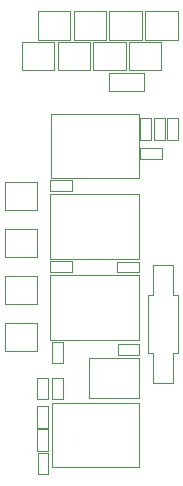
<source format=gbr>
%TF.GenerationSoftware,KiCad,Pcbnew,(6.0.7)*%
%TF.CreationDate,2023-02-07T15:13:14-05:00*%
%TF.ProjectId,DCA_USMR_Sens,4443415f-5553-44d5-925f-53656e732e6b,v1.1*%
%TF.SameCoordinates,Original*%
%TF.FileFunction,Other,User*%
%FSLAX46Y46*%
G04 Gerber Fmt 4.6, Leading zero omitted, Abs format (unit mm)*
G04 Created by KiCad (PCBNEW (6.0.7)) date 2023-02-07 15:13:14*
%MOMM*%
%LPD*%
G01*
G04 APERTURE LIST*
%ADD10C,0.050000*%
G04 APERTURE END LIST*
D10*
%TO.C,C2*%
X223355000Y-136619167D02*
X223355000Y-135699167D01*
X223355000Y-135699167D02*
X225175000Y-135699167D01*
X225175000Y-135699167D02*
X225175000Y-136619167D01*
X225175000Y-136619167D02*
X223355000Y-136619167D01*
%TO.C,U5*%
X230825000Y-123226667D02*
X223415000Y-123226667D01*
X230825000Y-128631667D02*
X223415000Y-128631667D01*
X230825000Y-128631667D02*
X230825000Y-123226667D01*
X223415000Y-128631667D02*
X223415000Y-123226667D01*
%TO.C,R4*%
X233025000Y-123599167D02*
X233025000Y-125459167D01*
X232085000Y-125459167D02*
X232085000Y-123599167D01*
X232085000Y-123599167D02*
X233025000Y-123599167D01*
X233025000Y-125459167D02*
X232085000Y-125459167D01*
%TO.C,H1*%
X222230000Y-143314167D02*
X219480000Y-143314167D01*
X222230000Y-143314167D02*
X222230000Y-140914167D01*
X219480000Y-140914167D02*
X222230000Y-140914167D01*
X219480000Y-140914167D02*
X219480000Y-143314167D01*
%TO.C,C3*%
X223185000Y-151909167D02*
X223185000Y-153729167D01*
X222265000Y-153729167D02*
X222265000Y-151909167D01*
X222265000Y-151909167D02*
X223185000Y-151909167D01*
X223185000Y-153729167D02*
X222265000Y-153729167D01*
%TO.C,H2*%
X222230000Y-139334167D02*
X219480000Y-139334167D01*
X219480000Y-136934167D02*
X219480000Y-139334167D01*
X219480000Y-136934167D02*
X222230000Y-136934167D01*
X222230000Y-139334167D02*
X222230000Y-136934167D01*
%TO.C,H7*%
X229981112Y-117151389D02*
X232731112Y-117151389D01*
X232731112Y-119551389D02*
X232731112Y-117151389D01*
X229981112Y-117151389D02*
X229981112Y-119551389D01*
X232731112Y-119551389D02*
X229981112Y-119551389D01*
%TO.C,R2*%
X223185000Y-149789167D02*
X222245000Y-149789167D01*
X223185000Y-147929167D02*
X223185000Y-149789167D01*
X222245000Y-149789167D02*
X222245000Y-147929167D01*
X222245000Y-147929167D02*
X223185000Y-147929167D01*
%TO.C,C8*%
X225175000Y-128869167D02*
X225175000Y-129789167D01*
X223355000Y-128869167D02*
X225175000Y-128869167D01*
X225175000Y-129789167D02*
X223355000Y-129789167D01*
X223355000Y-129789167D02*
X223355000Y-128869167D01*
%TO.C,C10*%
X231240000Y-121261389D02*
X228280000Y-121261389D01*
X231240000Y-119801389D02*
X231240000Y-121261389D01*
X228280000Y-121261389D02*
X228280000Y-119801389D01*
X228280000Y-119801389D02*
X231240000Y-119801389D01*
%TO.C,C9*%
X230840000Y-136649167D02*
X229020000Y-136649167D01*
X229020000Y-135729167D02*
X230840000Y-135729167D01*
X230840000Y-135729167D02*
X230840000Y-136649167D01*
X229020000Y-136649167D02*
X229020000Y-135729167D01*
%TO.C,H9*%
X223692778Y-119551389D02*
X220942778Y-119551389D01*
X220942778Y-117151389D02*
X220942778Y-119551389D01*
X220942778Y-117151389D02*
X223692778Y-117151389D01*
X223692778Y-119551389D02*
X223692778Y-117151389D01*
%TO.C,C5*%
X222260000Y-147399167D02*
X222260000Y-145579167D01*
X222260000Y-145579167D02*
X223180000Y-145579167D01*
X223180000Y-145579167D02*
X223180000Y-147399167D01*
X223180000Y-147399167D02*
X222260000Y-147399167D01*
%TO.C,C4*%
X223470000Y-147409167D02*
X223470000Y-145589167D01*
X223470000Y-145589167D02*
X224390000Y-145589167D01*
X224390000Y-147409167D02*
X223470000Y-147409167D01*
X224390000Y-145589167D02*
X224390000Y-147409167D01*
%TO.C,R3*%
X234155000Y-125469167D02*
X233215000Y-125469167D01*
X233215000Y-123609167D02*
X234155000Y-123609167D01*
X234155000Y-123609167D02*
X234155000Y-125469167D01*
X233215000Y-125469167D02*
X233215000Y-123609167D01*
%TO.C,H10*%
X222296111Y-114541389D02*
X225046111Y-114541389D01*
X225046111Y-116941389D02*
X222296111Y-116941389D01*
X225046111Y-116941389D02*
X225046111Y-114541389D01*
X222296111Y-114541389D02*
X222296111Y-116941389D01*
%TO.C,R5*%
X232810000Y-126089167D02*
X232810000Y-127029167D01*
X230950000Y-127029167D02*
X230950000Y-126089167D01*
X232810000Y-127029167D02*
X230950000Y-127029167D01*
X230950000Y-126089167D02*
X232810000Y-126089167D01*
%TO.C,H8*%
X231367778Y-114541389D02*
X231367778Y-116941389D01*
X234117778Y-116941389D02*
X234117778Y-114541389D01*
X234117778Y-116941389D02*
X231367778Y-116941389D01*
X231367778Y-114541389D02*
X234117778Y-114541389D01*
%TO.C,U3*%
X223355000Y-130037917D02*
X230855000Y-130037917D01*
X230855000Y-135537917D02*
X223355000Y-135537917D01*
X223355000Y-135537917D02*
X223355000Y-130037917D01*
X230855000Y-130037917D02*
X230855000Y-135537917D01*
%TO.C,H3*%
X222230000Y-135354167D02*
X219480000Y-135354167D01*
X219480000Y-132954167D02*
X222230000Y-132954167D01*
X222230000Y-135354167D02*
X222230000Y-132954167D01*
X219480000Y-132954167D02*
X219480000Y-135354167D01*
%TO.C,R1*%
X223185000Y-151759167D02*
X222245000Y-151759167D01*
X222245000Y-151759167D02*
X222245000Y-149899167D01*
X223185000Y-149899167D02*
X223185000Y-151759167D01*
X222245000Y-149899167D02*
X223185000Y-149899167D01*
%TO.C,H11*%
X223955556Y-117151389D02*
X226705556Y-117151389D01*
X226705556Y-119551389D02*
X223955556Y-119551389D01*
X226705556Y-119551389D02*
X226705556Y-117151389D01*
X223955556Y-117151389D02*
X223955556Y-119551389D01*
%TO.C,U4*%
X226660000Y-143879167D02*
X230880000Y-143879167D01*
X230880000Y-147279167D02*
X226660000Y-147279167D01*
X230880000Y-143879167D02*
X230880000Y-147279167D01*
X226660000Y-147279167D02*
X226660000Y-143879167D01*
%TO.C,H6*%
X231093889Y-116941389D02*
X231093889Y-114541389D01*
X228343889Y-114541389D02*
X231093889Y-114541389D01*
X231093889Y-116941389D02*
X228343889Y-116941389D01*
X228343889Y-114541389D02*
X228343889Y-116941389D01*
%TO.C,C7*%
X230975000Y-125429167D02*
X230975000Y-123609167D01*
X230975000Y-123609167D02*
X231895000Y-123609167D01*
X231895000Y-123609167D02*
X231895000Y-125429167D01*
X231895000Y-125429167D02*
X230975000Y-125429167D01*
%TO.C,U2*%
X230832500Y-136834167D02*
X230832500Y-142334167D01*
X223332500Y-136834167D02*
X230832500Y-136834167D01*
X223332500Y-142334167D02*
X223332500Y-136834167D01*
X230832500Y-142334167D02*
X223332500Y-142334167D01*
%TO.C,C1*%
X224380000Y-144329167D02*
X223460000Y-144329167D01*
X223460000Y-142509167D02*
X224380000Y-142509167D01*
X224380000Y-142509167D02*
X224380000Y-144329167D01*
X223460000Y-144329167D02*
X223460000Y-142509167D01*
%TO.C,U1*%
X223485000Y-147749167D02*
X223485000Y-153149167D01*
X223485000Y-153149167D02*
X230885000Y-153149167D01*
X230885000Y-147749167D02*
X223485000Y-147749167D01*
X230885000Y-153149167D02*
X230885000Y-147749167D01*
%TO.C,D1*%
X232080000Y-146025667D02*
X232080000Y-143485667D01*
X232080000Y-136005667D02*
X233740000Y-136005667D01*
X233740000Y-143485667D02*
X233740000Y-146025667D01*
X233740000Y-138545667D02*
X234180000Y-138545667D01*
X233740000Y-136005667D02*
X233740000Y-138545667D01*
X232080000Y-138545667D02*
X232080000Y-136005667D01*
X232080000Y-143485667D02*
X231640000Y-143485667D01*
X234180000Y-138545667D02*
X234180000Y-143485667D01*
X233740000Y-146025667D02*
X232080000Y-146025667D01*
X234180000Y-143485667D02*
X233740000Y-143485667D01*
X231640000Y-143485667D02*
X231640000Y-138545667D01*
X231640000Y-138545667D02*
X232080000Y-138545667D01*
%TO.C,H5*%
X226968334Y-117151389D02*
X226968334Y-119551389D01*
X226968334Y-117151389D02*
X229718334Y-117151389D01*
X229718334Y-119551389D02*
X226968334Y-119551389D01*
X229718334Y-119551389D02*
X229718334Y-117151389D01*
%TO.C,C6*%
X230890000Y-143619167D02*
X229070000Y-143619167D01*
X229070000Y-142699167D02*
X230890000Y-142699167D01*
X229070000Y-143619167D02*
X229070000Y-142699167D01*
X230890000Y-142699167D02*
X230890000Y-143619167D01*
%TO.C,H4*%
X222230000Y-131374167D02*
X222230000Y-128974167D01*
X222230000Y-131374167D02*
X219480000Y-131374167D01*
X219480000Y-128974167D02*
X219480000Y-131374167D01*
X219480000Y-128974167D02*
X222230000Y-128974167D01*
%TO.C,H12*%
X228070000Y-116941389D02*
X228070000Y-114541389D01*
X225320000Y-114541389D02*
X228070000Y-114541389D01*
X225320000Y-114541389D02*
X225320000Y-116941389D01*
X228070000Y-116941389D02*
X225320000Y-116941389D01*
%TD*%
M02*

</source>
